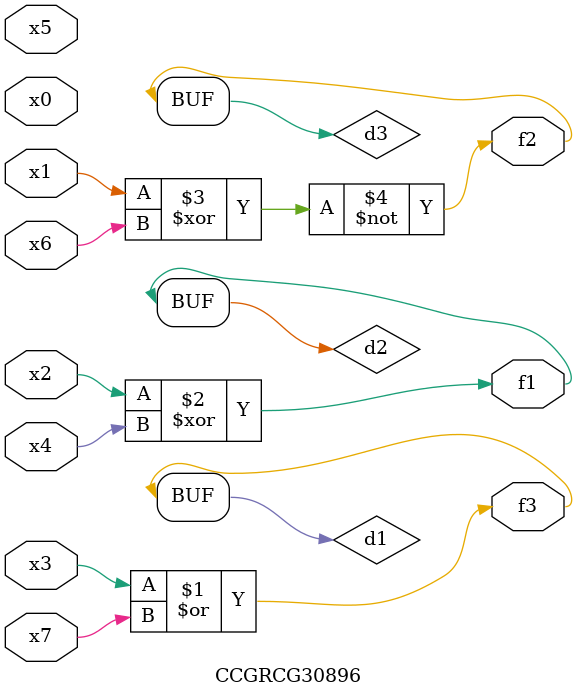
<source format=v>
module CCGRCG30896(
	input x0, x1, x2, x3, x4, x5, x6, x7,
	output f1, f2, f3
);

	wire d1, d2, d3;

	or (d1, x3, x7);
	xor (d2, x2, x4);
	xnor (d3, x1, x6);
	assign f1 = d2;
	assign f2 = d3;
	assign f3 = d1;
endmodule

</source>
